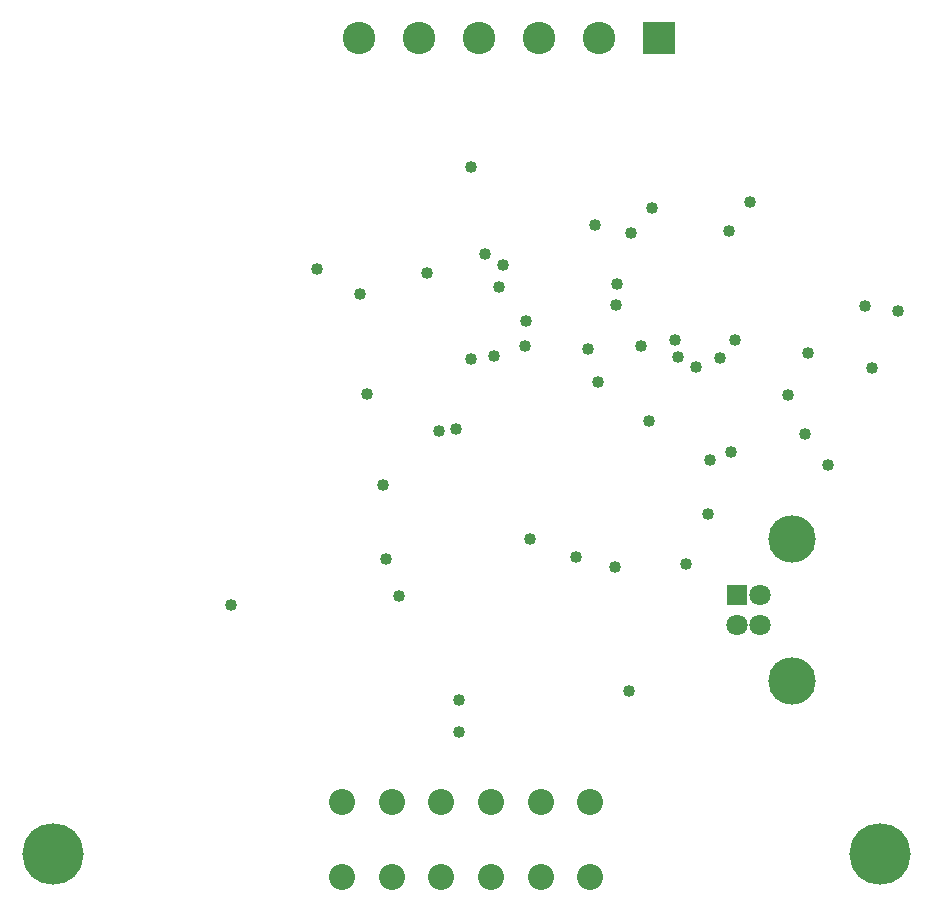
<source format=gbs>
%FSLAX23Y23*%
%MOIN*%
G70*
G01*
G75*
G04 Layer_Color=16711935*
%ADD10R,0.012X0.063*%
%ADD11R,0.049X0.035*%
%ADD12R,0.020X0.059*%
%ADD13R,0.047X0.024*%
%ADD14R,0.035X0.049*%
%ADD15R,0.063X0.012*%
%ADD16R,0.035X0.083*%
%ADD17R,0.130X0.083*%
%ADD18R,0.071X0.014*%
%ADD19R,0.217X0.059*%
%ADD20R,0.033X0.031*%
%ADD21R,0.031X0.033*%
%ADD22R,0.024X0.081*%
%ADD23R,0.039X0.069*%
%ADD24R,0.033X0.051*%
%ADD25R,0.051X0.033*%
%ADD26C,0.012*%
%ADD27C,0.008*%
%ADD28C,0.016*%
%ADD29C,0.006*%
%ADD30C,0.063*%
%ADD31R,0.063X0.063*%
%ADD32C,0.150*%
%ADD33R,0.100X0.100*%
%ADD34C,0.100*%
%ADD35C,0.197*%
%ADD36C,0.079*%
%ADD37C,0.032*%
%ADD38C,0.010*%
%ADD39C,0.010*%
%ADD40C,0.024*%
%ADD41C,0.008*%
%ADD42C,0.004*%
%ADD43R,0.024X0.047*%
%ADD44R,0.020X0.071*%
%ADD45R,0.057X0.043*%
%ADD46R,0.028X0.067*%
%ADD47R,0.055X0.032*%
%ADD48R,0.043X0.057*%
%ADD49R,0.071X0.020*%
%ADD50R,0.043X0.091*%
%ADD51R,0.138X0.091*%
%ADD52R,0.079X0.022*%
%ADD53R,0.225X0.067*%
%ADD54R,0.041X0.039*%
%ADD55R,0.039X0.041*%
%ADD56R,0.032X0.089*%
%ADD57R,0.047X0.077*%
%ADD58R,0.041X0.059*%
%ADD59R,0.059X0.041*%
%ADD60C,0.071*%
%ADD61R,0.071X0.071*%
%ADD62C,0.158*%
%ADD63R,0.108X0.108*%
%ADD64C,0.108*%
%ADD65C,0.205*%
%ADD66C,0.087*%
%ADD67C,0.040*%
D60*
X11240Y3718D02*
D03*
X11161D02*
D03*
X11240Y3816D02*
D03*
D61*
X11161D02*
D03*
D62*
X11346Y4004D02*
D03*
Y3530D02*
D03*
D63*
X10902Y5673D02*
D03*
D64*
X10702D02*
D03*
X10502D02*
D03*
X10302D02*
D03*
X10102D02*
D03*
X9902D02*
D03*
D65*
X11638Y2954D02*
D03*
X8882D02*
D03*
D66*
X10673Y2876D02*
D03*
X10508D02*
D03*
X10343D02*
D03*
X10177D02*
D03*
X10012D02*
D03*
X9847D02*
D03*
Y3126D02*
D03*
X10012D02*
D03*
X10177D02*
D03*
X10343D02*
D03*
X10508D02*
D03*
X10673D02*
D03*
D67*
X10237Y3467D02*
D03*
X10236Y3360D02*
D03*
X10036Y3812D02*
D03*
X10381Y4916D02*
D03*
X10370Y4844D02*
D03*
X9930Y4488D02*
D03*
X10275Y4602D02*
D03*
X10168Y4364D02*
D03*
X10762Y4855D02*
D03*
X11027Y4576D02*
D03*
X11142Y4292D02*
D03*
X11071Y4268D02*
D03*
X11065Y4086D02*
D03*
X10842Y4647D02*
D03*
X10457Y4648D02*
D03*
X10666Y4638D02*
D03*
X10700Y4527D02*
D03*
X11155Y4667D02*
D03*
X10954D02*
D03*
X11106Y4608D02*
D03*
X10964Y4609D02*
D03*
X10803Y3497D02*
D03*
X10755Y3909D02*
D03*
X10624Y3942D02*
D03*
X11399Y4624D02*
D03*
X10809Y5024D02*
D03*
X11134Y5029D02*
D03*
X10878Y5108D02*
D03*
X11205Y5127D02*
D03*
X10690Y5049D02*
D03*
X11700Y4764D02*
D03*
X9477Y3782D02*
D03*
X9991Y3937D02*
D03*
X9983Y4182D02*
D03*
X10225Y4369D02*
D03*
X10351Y4613D02*
D03*
X10458Y4731D02*
D03*
X10759Y4782D02*
D03*
X10277Y5243D02*
D03*
X9761Y4902D02*
D03*
X9905Y4819D02*
D03*
X10130Y4890D02*
D03*
X10870Y4398D02*
D03*
X11333Y4485D02*
D03*
X11465Y4250D02*
D03*
X11390Y4353D02*
D03*
X11613Y4573D02*
D03*
X11590Y4781D02*
D03*
X10991Y3920D02*
D03*
X10471Y4004D02*
D03*
X10323Y4955D02*
D03*
M02*

</source>
